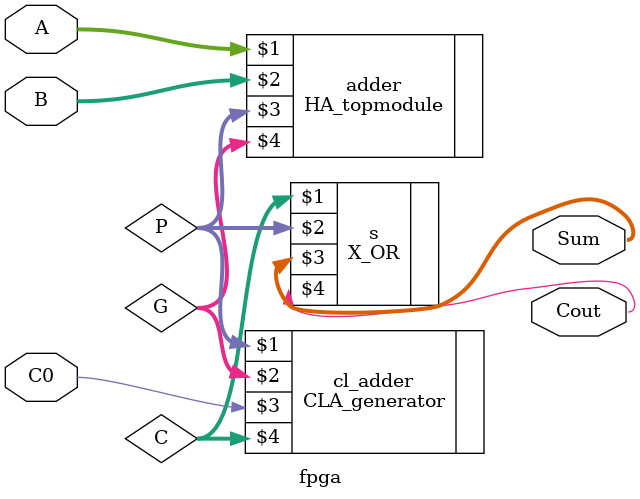
<source format=v>
module fpga(input [3:0] A, B, input C0, output [3:0] Sum, output Cout);

    wire [3:0] P, G;
    wire [4:0] C;
    
    
    
    
    HA_topmodule adder(A, B, P, G);
    CLA_generator cl_adder(P, G, C0, C);
    X_OR s(C, P, Sum, Cout);
    

endmodule

</source>
